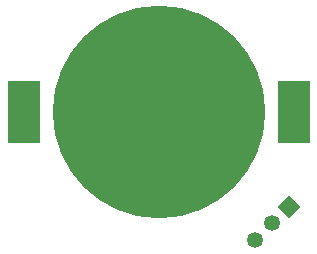
<source format=gbr>
%TF.GenerationSoftware,KiCad,Pcbnew,7.0.7*%
%TF.CreationDate,2024-04-02T17:30:46-04:00*%
%TF.ProjectId,battery_leds,62617474-6572-4795-9f6c-6564732e6b69,rev?*%
%TF.SameCoordinates,Original*%
%TF.FileFunction,Soldermask,Bot*%
%TF.FilePolarity,Negative*%
%FSLAX46Y46*%
G04 Gerber Fmt 4.6, Leading zero omitted, Abs format (unit mm)*
G04 Created by KiCad (PCBNEW 7.0.7) date 2024-04-02 17:30:46*
%MOMM*%
%LPD*%
G01*
G04 APERTURE LIST*
G04 Aperture macros list*
%AMRoundRect*
0 Rectangle with rounded corners*
0 $1 Rounding radius*
0 $2 $3 $4 $5 $6 $7 $8 $9 X,Y pos of 4 corners*
0 Add a 4 corners polygon primitive as box body*
4,1,4,$2,$3,$4,$5,$6,$7,$8,$9,$2,$3,0*
0 Add four circle primitives for the rounded corners*
1,1,$1+$1,$2,$3*
1,1,$1+$1,$4,$5*
1,1,$1+$1,$6,$7*
1,1,$1+$1,$8,$9*
0 Add four rect primitives between the rounded corners*
20,1,$1+$1,$2,$3,$4,$5,0*
20,1,$1+$1,$4,$5,$6,$7,0*
20,1,$1+$1,$6,$7,$8,$9,0*
20,1,$1+$1,$8,$9,$2,$3,0*%
%AMHorizOval*
0 Thick line with rounded ends*
0 $1 width*
0 $2 $3 position (X,Y) of the first rounded end (center of the circle)*
0 $4 $5 position (X,Y) of the second rounded end (center of the circle)*
0 Add line between two ends*
20,1,$1,$2,$3,$4,$5,0*
0 Add two circle primitives to create the rounded ends*
1,1,$1,$2,$3*
1,1,$1,$4,$5*%
%AMRotRect*
0 Rectangle, with rotation*
0 The origin of the aperture is its center*
0 $1 length*
0 $2 width*
0 $3 Rotation angle, in degrees counterclockwise*
0 Add horizontal line*
21,1,$1,$2,0,0,$3*%
G04 Aperture macros list end*
%ADD10RotRect,1.350000X1.350000X315.000000*%
%ADD11HorizOval,1.350000X0.000000X0.000000X0.000000X0.000000X0*%
%ADD12C,18.004000*%
%ADD13RoundRect,0.102000X-1.250000X-2.550000X1.250000X-2.550000X1.250000X2.550000X-1.250000X2.550000X0*%
G04 APERTURE END LIST*
D10*
%TO.C,J1*%
X158464215Y-104423287D03*
D11*
X157050001Y-105837501D03*
X155635788Y-107251714D03*
%TD*%
D12*
%TO.C,BT2*%
X147450001Y-96437501D03*
D13*
X136000001Y-96437501D03*
X158900001Y-96437501D03*
%TD*%
M02*

</source>
